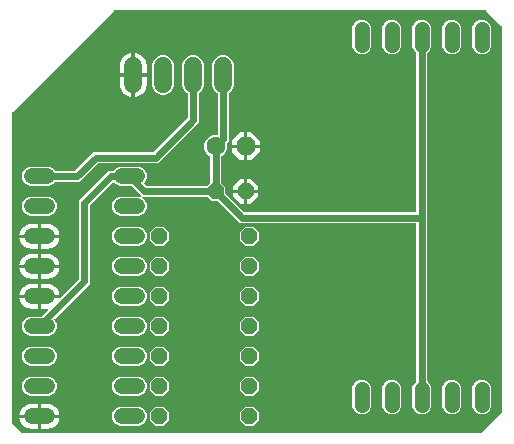
<source format=gbr>
G04 EAGLE Gerber RS-274X export*
G75*
%MOMM*%
%FSLAX34Y34*%
%LPD*%
%INBottom Copper*%
%IPPOS*%
%AMOC8*
5,1,8,0,0,1.08239X$1,22.5*%
G01*
%ADD10C,1.320800*%
%ADD11C,1.308000*%
%ADD12C,1.508000*%
%ADD13P,1.429621X8X202.500000*%
%ADD14C,1.600200*%
%ADD15P,1.732040X8X22.500000*%
%ADD16P,1.429621X8X22.500000*%
%ADD17C,0.609600*%

G36*
X468974Y10937D02*
X468974Y10937D01*
X469065Y10945D01*
X469095Y10957D01*
X469127Y10962D01*
X469207Y11005D01*
X469291Y11041D01*
X469323Y11067D01*
X469344Y11078D01*
X469366Y11101D01*
X469422Y11146D01*
X486313Y28037D01*
X486366Y28111D01*
X486426Y28180D01*
X486438Y28210D01*
X486457Y28236D01*
X486484Y28323D01*
X486518Y28408D01*
X486522Y28449D01*
X486529Y28472D01*
X486528Y28504D01*
X486536Y28575D01*
X486536Y355600D01*
X486522Y355690D01*
X486514Y355781D01*
X486502Y355811D01*
X486497Y355843D01*
X486454Y355923D01*
X486418Y356007D01*
X486392Y356039D01*
X486381Y356060D01*
X486358Y356082D01*
X486313Y356138D01*
X473613Y368838D01*
X473539Y368891D01*
X473470Y368951D01*
X473440Y368963D01*
X473414Y368982D01*
X473327Y369009D01*
X473242Y369043D01*
X473201Y369047D01*
X473178Y369054D01*
X473146Y369053D01*
X473075Y369061D01*
X158750Y369061D01*
X158660Y369047D01*
X158569Y369039D01*
X158539Y369027D01*
X158507Y369022D01*
X158427Y368979D01*
X158343Y368943D01*
X158311Y368917D01*
X158290Y368906D01*
X158268Y368883D01*
X158212Y368838D01*
X72487Y283113D01*
X72434Y283039D01*
X72374Y282970D01*
X72362Y282940D01*
X72343Y282914D01*
X72316Y282827D01*
X72282Y282742D01*
X72278Y282701D01*
X72271Y282678D01*
X72272Y282646D01*
X72264Y282575D01*
X72264Y19050D01*
X72279Y18960D01*
X72286Y18869D01*
X72298Y18839D01*
X72304Y18807D01*
X72346Y18727D01*
X72382Y18643D01*
X72408Y18611D01*
X72419Y18590D01*
X72442Y18568D01*
X72487Y18512D01*
X79853Y11146D01*
X79927Y11093D01*
X79996Y11033D01*
X80026Y11021D01*
X80052Y11002D01*
X80139Y10975D01*
X80224Y10941D01*
X80265Y10937D01*
X80288Y10930D01*
X80320Y10931D01*
X80391Y10923D01*
X468884Y10923D01*
X468974Y10937D01*
G37*
%LPC*%
G36*
X417496Y27070D02*
X417496Y27070D01*
X414532Y28298D01*
X412263Y30567D01*
X411035Y33531D01*
X411035Y49819D01*
X412263Y52783D01*
X414304Y54825D01*
X414357Y54898D01*
X414417Y54968D01*
X414429Y54998D01*
X414448Y55024D01*
X414475Y55111D01*
X414509Y55196D01*
X414513Y55237D01*
X414520Y55259D01*
X414519Y55292D01*
X414527Y55363D01*
X414527Y188341D01*
X414524Y188361D01*
X414526Y188380D01*
X414504Y188482D01*
X414488Y188584D01*
X414478Y188601D01*
X414474Y188621D01*
X414421Y188710D01*
X414372Y188801D01*
X414358Y188815D01*
X414348Y188832D01*
X414269Y188899D01*
X414194Y188971D01*
X414176Y188979D01*
X414161Y188992D01*
X414065Y189031D01*
X413971Y189074D01*
X413951Y189076D01*
X413933Y189084D01*
X413766Y189102D01*
X264806Y189102D01*
X261904Y192004D01*
X246360Y207548D01*
X246286Y207601D01*
X246216Y207661D01*
X246186Y207673D01*
X246160Y207692D01*
X246073Y207719D01*
X245988Y207753D01*
X245947Y207757D01*
X245925Y207764D01*
X245893Y207763D01*
X245822Y207771D01*
X241108Y207771D01*
X237775Y211104D01*
X237701Y211157D01*
X237632Y211217D01*
X237601Y211229D01*
X237575Y211248D01*
X237488Y211275D01*
X237403Y211309D01*
X237362Y211313D01*
X237340Y211320D01*
X237308Y211319D01*
X237237Y211327D01*
X183260Y211327D01*
X183190Y211316D01*
X183118Y211314D01*
X183069Y211296D01*
X183018Y211288D01*
X182954Y211254D01*
X182887Y211229D01*
X182846Y211197D01*
X182800Y211172D01*
X182751Y211120D01*
X182695Y211076D01*
X182667Y211032D01*
X182631Y210994D01*
X182601Y210929D01*
X182562Y210869D01*
X182549Y210818D01*
X182527Y210771D01*
X182519Y210700D01*
X182502Y210630D01*
X182506Y210578D01*
X182500Y210527D01*
X182515Y210456D01*
X182521Y210385D01*
X182541Y210337D01*
X182552Y210286D01*
X182589Y210225D01*
X182617Y210159D01*
X182662Y210103D01*
X182679Y210075D01*
X182696Y210060D01*
X182722Y210028D01*
X184945Y207805D01*
X186183Y204817D01*
X186183Y201583D01*
X184945Y198595D01*
X182659Y196309D01*
X179671Y195071D01*
X163229Y195071D01*
X160241Y196309D01*
X157955Y198595D01*
X156717Y201583D01*
X156717Y204817D01*
X157955Y207805D01*
X160241Y210091D01*
X163229Y211329D01*
X179671Y211329D01*
X180546Y210966D01*
X180640Y210944D01*
X180733Y210916D01*
X180760Y210916D01*
X180785Y210910D01*
X180882Y210919D01*
X180979Y210922D01*
X181004Y210931D01*
X181030Y210933D01*
X181119Y210973D01*
X181210Y211006D01*
X181231Y211023D01*
X181255Y211033D01*
X181326Y211099D01*
X181402Y211160D01*
X181416Y211182D01*
X181436Y211200D01*
X181483Y211285D01*
X181535Y211367D01*
X181542Y211392D01*
X181554Y211415D01*
X181572Y211511D01*
X181595Y211606D01*
X181593Y211632D01*
X181598Y211657D01*
X181584Y211754D01*
X181576Y211851D01*
X181566Y211875D01*
X181562Y211901D01*
X181518Y211988D01*
X181480Y212077D01*
X181460Y212103D01*
X181451Y212120D01*
X181427Y212143D01*
X181375Y212208D01*
X179354Y214229D01*
X173335Y220248D01*
X173261Y220301D01*
X173191Y220361D01*
X173161Y220373D01*
X173135Y220392D01*
X173048Y220419D01*
X172963Y220453D01*
X172922Y220457D01*
X172900Y220464D01*
X172868Y220463D01*
X172797Y220471D01*
X163229Y220471D01*
X160241Y221709D01*
X158234Y223716D01*
X158218Y223728D01*
X158206Y223743D01*
X158118Y223799D01*
X158035Y223859D01*
X158016Y223865D01*
X157999Y223876D01*
X157898Y223901D01*
X157800Y223932D01*
X157780Y223931D01*
X157760Y223936D01*
X157657Y223928D01*
X157554Y223925D01*
X157535Y223919D01*
X157515Y223917D01*
X157420Y223877D01*
X157323Y223841D01*
X157307Y223828D01*
X157289Y223821D01*
X157158Y223716D01*
X138146Y204704D01*
X138093Y204630D01*
X138033Y204560D01*
X138021Y204530D01*
X138002Y204504D01*
X137975Y204417D01*
X137941Y204332D01*
X137937Y204291D01*
X137930Y204269D01*
X137931Y204237D01*
X137923Y204166D01*
X137923Y137806D01*
X108072Y107955D01*
X108060Y107939D01*
X108044Y107926D01*
X107988Y107839D01*
X107928Y107755D01*
X107922Y107736D01*
X107911Y107719D01*
X107886Y107619D01*
X107856Y107520D01*
X107856Y107500D01*
X107851Y107481D01*
X107859Y107378D01*
X107862Y107274D01*
X107869Y107255D01*
X107870Y107235D01*
X107911Y107141D01*
X107946Y107043D01*
X107959Y107027D01*
X107967Y107009D01*
X108072Y106878D01*
X108745Y106205D01*
X109983Y103217D01*
X109983Y99983D01*
X108745Y96995D01*
X106459Y94709D01*
X103471Y93471D01*
X87029Y93471D01*
X84041Y94709D01*
X81755Y96995D01*
X80517Y99983D01*
X80517Y103217D01*
X81755Y106205D01*
X84041Y108491D01*
X87029Y109729D01*
X96597Y109729D01*
X96687Y109743D01*
X96778Y109751D01*
X96807Y109763D01*
X96839Y109768D01*
X96920Y109811D01*
X97004Y109847D01*
X97036Y109873D01*
X97057Y109884D01*
X97079Y109907D01*
X97135Y109952D01*
X102469Y115286D01*
X102511Y115344D01*
X102560Y115396D01*
X102582Y115443D01*
X102612Y115485D01*
X102634Y115554D01*
X102664Y115619D01*
X102669Y115671D01*
X102685Y115721D01*
X102683Y115792D01*
X102691Y115863D01*
X102680Y115914D01*
X102678Y115966D01*
X102654Y116034D01*
X102639Y116104D01*
X102612Y116149D01*
X102594Y116197D01*
X102549Y116253D01*
X102512Y116315D01*
X102473Y116349D01*
X102440Y116389D01*
X102380Y116428D01*
X102326Y116475D01*
X102277Y116494D01*
X102233Y116522D01*
X102164Y116540D01*
X102097Y116567D01*
X102026Y116575D01*
X101995Y116583D01*
X101972Y116581D01*
X101931Y116585D01*
X96773Y116585D01*
X96773Y125477D01*
X112345Y125477D01*
X112435Y125492D01*
X112526Y125499D01*
X112555Y125511D01*
X112587Y125517D01*
X112668Y125559D01*
X112752Y125595D01*
X112784Y125621D01*
X112805Y125632D01*
X112827Y125655D01*
X112883Y125700D01*
X128554Y141371D01*
X128607Y141445D01*
X128667Y141515D01*
X128679Y141545D01*
X128698Y141571D01*
X128725Y141658D01*
X128759Y141743D01*
X128763Y141784D01*
X128770Y141806D01*
X128769Y141838D01*
X128777Y141909D01*
X128777Y208269D01*
X153681Y233173D01*
X157608Y233173D01*
X157698Y233187D01*
X157789Y233195D01*
X157818Y233207D01*
X157850Y233212D01*
X157931Y233255D01*
X158015Y233291D01*
X158047Y233317D01*
X158068Y233328D01*
X158090Y233351D01*
X158146Y233396D01*
X160241Y235491D01*
X163229Y236729D01*
X179671Y236729D01*
X182659Y235491D01*
X184945Y233205D01*
X186183Y230217D01*
X186183Y226983D01*
X184945Y223995D01*
X184272Y223322D01*
X184260Y223306D01*
X184244Y223293D01*
X184188Y223206D01*
X184128Y223122D01*
X184122Y223103D01*
X184111Y223086D01*
X184086Y222986D01*
X184056Y222887D01*
X184056Y222867D01*
X184051Y222848D01*
X184059Y222745D01*
X184062Y222641D01*
X184069Y222622D01*
X184070Y222603D01*
X184111Y222507D01*
X184146Y222410D01*
X184159Y222394D01*
X184167Y222376D01*
X184272Y222245D01*
X185821Y220696D01*
X185895Y220643D01*
X185965Y220583D01*
X185995Y220571D01*
X186021Y220552D01*
X186108Y220525D01*
X186193Y220491D01*
X186234Y220487D01*
X186256Y220480D01*
X186288Y220481D01*
X186359Y220473D01*
X237237Y220473D01*
X237327Y220487D01*
X237418Y220495D01*
X237447Y220507D01*
X237479Y220512D01*
X237560Y220555D01*
X237644Y220591D01*
X237676Y220617D01*
X237697Y220628D01*
X237719Y220651D01*
X237775Y220696D01*
X239679Y222600D01*
X239732Y222674D01*
X239792Y222743D01*
X239804Y222774D01*
X239823Y222800D01*
X239850Y222887D01*
X239884Y222972D01*
X239888Y223013D01*
X239895Y223035D01*
X239894Y223067D01*
X239902Y223138D01*
X239902Y245075D01*
X239883Y245190D01*
X239866Y245306D01*
X239864Y245311D01*
X239863Y245318D01*
X239808Y245420D01*
X239755Y245525D01*
X239750Y245529D01*
X239747Y245535D01*
X239663Y245615D01*
X239579Y245697D01*
X239573Y245701D01*
X239569Y245704D01*
X239552Y245712D01*
X239432Y245778D01*
X239079Y245924D01*
X236399Y248604D01*
X234949Y252105D01*
X234949Y255895D01*
X236399Y259396D01*
X239079Y262076D01*
X242580Y263526D01*
X245491Y263526D01*
X245511Y263529D01*
X245530Y263527D01*
X245632Y263549D01*
X245734Y263565D01*
X245751Y263575D01*
X245771Y263579D01*
X245860Y263632D01*
X245951Y263681D01*
X245965Y263695D01*
X245982Y263705D01*
X246049Y263784D01*
X246121Y263859D01*
X246129Y263877D01*
X246142Y263892D01*
X246181Y263988D01*
X246224Y264082D01*
X246226Y264102D01*
X246234Y264120D01*
X246252Y264287D01*
X246252Y298359D01*
X246233Y298474D01*
X246216Y298590D01*
X246214Y298595D01*
X246213Y298602D01*
X246158Y298704D01*
X246105Y298809D01*
X246100Y298813D01*
X246097Y298819D01*
X246013Y298899D01*
X245929Y298981D01*
X245923Y298985D01*
X245919Y298988D01*
X245902Y298996D01*
X245782Y299062D01*
X245690Y299100D01*
X243140Y301650D01*
X241760Y304982D01*
X241760Y323668D01*
X243140Y327000D01*
X245690Y329550D01*
X249022Y330930D01*
X252628Y330930D01*
X255960Y329550D01*
X258510Y327000D01*
X259890Y323668D01*
X259890Y304982D01*
X258510Y301650D01*
X255960Y299100D01*
X255868Y299062D01*
X255768Y299000D01*
X255668Y298941D01*
X255664Y298936D01*
X255659Y298933D01*
X255584Y298842D01*
X255508Y298754D01*
X255506Y298748D01*
X255502Y298743D01*
X255460Y298635D01*
X255416Y298526D01*
X255415Y298518D01*
X255414Y298513D01*
X255413Y298495D01*
X255398Y298359D01*
X255398Y258456D01*
X254019Y257078D01*
X253952Y256984D01*
X253882Y256889D01*
X253880Y256883D01*
X253876Y256878D01*
X253842Y256767D01*
X253805Y256655D01*
X253805Y256649D01*
X253804Y256643D01*
X253807Y256526D01*
X253808Y256409D01*
X253810Y256402D01*
X253810Y256397D01*
X253816Y256379D01*
X253854Y256248D01*
X254001Y255895D01*
X254001Y252105D01*
X252551Y248604D01*
X249871Y245924D01*
X249518Y245778D01*
X249418Y245716D01*
X249318Y245657D01*
X249314Y245652D01*
X249309Y245649D01*
X249234Y245558D01*
X249158Y245470D01*
X249156Y245464D01*
X249152Y245459D01*
X249110Y245351D01*
X249066Y245242D01*
X249065Y245234D01*
X249064Y245229D01*
X249063Y245211D01*
X249048Y245075D01*
X249048Y223138D01*
X249062Y223048D01*
X249070Y222957D01*
X249082Y222927D01*
X249087Y222896D01*
X249130Y222815D01*
X249166Y222731D01*
X249192Y222699D01*
X249203Y222678D01*
X249226Y222656D01*
X249271Y222600D01*
X252604Y219267D01*
X252604Y214553D01*
X252618Y214463D01*
X252626Y214372D01*
X252638Y214343D01*
X252643Y214311D01*
X252686Y214230D01*
X252722Y214146D01*
X252748Y214114D01*
X252759Y214093D01*
X252782Y214071D01*
X252827Y214015D01*
X268371Y198471D01*
X268445Y198418D01*
X268515Y198358D01*
X268545Y198346D01*
X268571Y198327D01*
X268658Y198300D01*
X268743Y198266D01*
X268784Y198262D01*
X268806Y198255D01*
X268838Y198256D01*
X268909Y198248D01*
X413766Y198248D01*
X413786Y198251D01*
X413805Y198249D01*
X413907Y198271D01*
X414009Y198287D01*
X414026Y198297D01*
X414046Y198301D01*
X414135Y198354D01*
X414226Y198403D01*
X414240Y198417D01*
X414257Y198427D01*
X414324Y198506D01*
X414396Y198581D01*
X414404Y198599D01*
X414417Y198614D01*
X414456Y198710D01*
X414499Y198804D01*
X414501Y198824D01*
X414509Y198842D01*
X414527Y199009D01*
X414527Y332787D01*
X414513Y332877D01*
X414505Y332968D01*
X414493Y332998D01*
X414488Y333030D01*
X414445Y333111D01*
X414409Y333194D01*
X414383Y333227D01*
X414372Y333247D01*
X414349Y333269D01*
X414304Y333325D01*
X412263Y335367D01*
X411035Y338331D01*
X411035Y354619D01*
X412263Y357583D01*
X414532Y359852D01*
X417496Y361080D01*
X420704Y361080D01*
X423668Y359852D01*
X425937Y357583D01*
X427165Y354619D01*
X427165Y338331D01*
X425937Y335367D01*
X423896Y333325D01*
X423843Y333252D01*
X423783Y333182D01*
X423771Y333152D01*
X423752Y333126D01*
X423725Y333039D01*
X423691Y332954D01*
X423687Y332913D01*
X423680Y332891D01*
X423681Y332858D01*
X423673Y332787D01*
X423673Y55363D01*
X423687Y55273D01*
X423695Y55182D01*
X423707Y55152D01*
X423712Y55120D01*
X423755Y55039D01*
X423791Y54956D01*
X423817Y54923D01*
X423828Y54903D01*
X423851Y54881D01*
X423896Y54825D01*
X425937Y52783D01*
X427165Y49819D01*
X427165Y33531D01*
X425937Y30567D01*
X423668Y28298D01*
X420704Y27070D01*
X417496Y27070D01*
G37*
%LPD*%
%LPC*%
G36*
X87029Y220471D02*
X87029Y220471D01*
X84041Y221709D01*
X81755Y223995D01*
X80517Y226983D01*
X80517Y230217D01*
X81755Y233205D01*
X84041Y235491D01*
X87029Y236729D01*
X103471Y236729D01*
X106459Y235491D01*
X108554Y233396D01*
X108628Y233343D01*
X108697Y233283D01*
X108728Y233271D01*
X108754Y233252D01*
X108841Y233225D01*
X108926Y233191D01*
X108967Y233187D01*
X108989Y233180D01*
X109021Y233181D01*
X109092Y233173D01*
X124791Y233173D01*
X124881Y233187D01*
X124972Y233195D01*
X125001Y233207D01*
X125033Y233212D01*
X125114Y233255D01*
X125198Y233291D01*
X125230Y233317D01*
X125251Y233328D01*
X125273Y233351D01*
X125329Y233396D01*
X140981Y249048D01*
X191466Y249048D01*
X191556Y249062D01*
X191647Y249070D01*
X191676Y249082D01*
X191708Y249087D01*
X191789Y249130D01*
X191873Y249166D01*
X191905Y249192D01*
X191926Y249203D01*
X191948Y249226D01*
X192004Y249271D01*
X220629Y277896D01*
X220682Y277970D01*
X220742Y278040D01*
X220754Y278070D01*
X220773Y278096D01*
X220800Y278183D01*
X220834Y278268D01*
X220838Y278309D01*
X220845Y278331D01*
X220844Y278363D01*
X220852Y278434D01*
X220852Y298359D01*
X220833Y298474D01*
X220816Y298590D01*
X220814Y298595D01*
X220813Y298602D01*
X220758Y298704D01*
X220705Y298809D01*
X220700Y298813D01*
X220697Y298819D01*
X220613Y298899D01*
X220529Y298981D01*
X220523Y298985D01*
X220519Y298988D01*
X220502Y298996D01*
X220382Y299062D01*
X220290Y299100D01*
X217740Y301650D01*
X216360Y304982D01*
X216360Y323668D01*
X217740Y327000D01*
X220290Y329550D01*
X223622Y330930D01*
X227228Y330930D01*
X230560Y329550D01*
X233110Y327000D01*
X234490Y323668D01*
X234490Y304982D01*
X233110Y301650D01*
X230560Y299100D01*
X230468Y299062D01*
X230368Y299000D01*
X230268Y298941D01*
X230264Y298936D01*
X230259Y298933D01*
X230184Y298842D01*
X230108Y298754D01*
X230106Y298748D01*
X230102Y298743D01*
X230060Y298635D01*
X230016Y298526D01*
X230015Y298518D01*
X230014Y298513D01*
X230013Y298495D01*
X229998Y298359D01*
X229998Y274331D01*
X227096Y271429D01*
X198471Y242804D01*
X195569Y239902D01*
X145084Y239902D01*
X144994Y239888D01*
X144903Y239880D01*
X144874Y239868D01*
X144842Y239863D01*
X144761Y239820D01*
X144677Y239784D01*
X144645Y239758D01*
X144624Y239747D01*
X144602Y239724D01*
X144546Y239679D01*
X128894Y224027D01*
X109092Y224027D01*
X109002Y224013D01*
X108911Y224005D01*
X108882Y223993D01*
X108850Y223988D01*
X108769Y223945D01*
X108685Y223909D01*
X108653Y223883D01*
X108632Y223872D01*
X108610Y223849D01*
X108554Y223804D01*
X106459Y221709D01*
X103471Y220471D01*
X87029Y220471D01*
G37*
%LPD*%
%LPC*%
G36*
X198222Y297720D02*
X198222Y297720D01*
X194890Y299100D01*
X192340Y301650D01*
X190960Y304982D01*
X190960Y323668D01*
X192340Y327000D01*
X194890Y329550D01*
X198222Y330930D01*
X201828Y330930D01*
X205160Y329550D01*
X207710Y327000D01*
X209090Y323668D01*
X209090Y304982D01*
X207710Y301650D01*
X205160Y299100D01*
X201828Y297720D01*
X198222Y297720D01*
G37*
%LPD*%
%LPC*%
G36*
X163229Y118871D02*
X163229Y118871D01*
X160241Y120109D01*
X157955Y122395D01*
X156717Y125383D01*
X156717Y128617D01*
X157955Y131605D01*
X160241Y133891D01*
X163229Y135129D01*
X179671Y135129D01*
X182659Y133891D01*
X184945Y131605D01*
X186183Y128617D01*
X186183Y125383D01*
X184945Y122395D01*
X182659Y120109D01*
X179671Y118871D01*
X163229Y118871D01*
G37*
%LPD*%
%LPC*%
G36*
X163229Y144271D02*
X163229Y144271D01*
X160241Y145509D01*
X157955Y147795D01*
X156717Y150783D01*
X156717Y154017D01*
X157955Y157005D01*
X160241Y159291D01*
X163229Y160529D01*
X179671Y160529D01*
X182659Y159291D01*
X184945Y157005D01*
X186183Y154017D01*
X186183Y150783D01*
X184945Y147795D01*
X182659Y145509D01*
X179671Y144271D01*
X163229Y144271D01*
G37*
%LPD*%
%LPC*%
G36*
X163229Y17271D02*
X163229Y17271D01*
X160241Y18509D01*
X157955Y20795D01*
X156717Y23783D01*
X156717Y27017D01*
X157955Y30005D01*
X160241Y32291D01*
X163229Y33529D01*
X179671Y33529D01*
X182659Y32291D01*
X184945Y30005D01*
X186183Y27017D01*
X186183Y23783D01*
X184945Y20795D01*
X182659Y18509D01*
X179671Y17271D01*
X163229Y17271D01*
G37*
%LPD*%
%LPC*%
G36*
X87029Y42671D02*
X87029Y42671D01*
X84041Y43909D01*
X81755Y46195D01*
X80517Y49183D01*
X80517Y52417D01*
X81755Y55405D01*
X84041Y57691D01*
X87029Y58929D01*
X103471Y58929D01*
X106459Y57691D01*
X108745Y55405D01*
X109983Y52417D01*
X109983Y49183D01*
X108745Y46195D01*
X106459Y43909D01*
X103471Y42671D01*
X87029Y42671D01*
G37*
%LPD*%
%LPC*%
G36*
X163229Y169671D02*
X163229Y169671D01*
X160241Y170909D01*
X157955Y173195D01*
X156717Y176183D01*
X156717Y179417D01*
X157955Y182405D01*
X160241Y184691D01*
X163229Y185929D01*
X179671Y185929D01*
X182659Y184691D01*
X184945Y182405D01*
X186183Y179417D01*
X186183Y176183D01*
X184945Y173195D01*
X182659Y170909D01*
X179671Y169671D01*
X163229Y169671D01*
G37*
%LPD*%
%LPC*%
G36*
X163229Y42671D02*
X163229Y42671D01*
X160241Y43909D01*
X157955Y46195D01*
X156717Y49183D01*
X156717Y52417D01*
X157955Y55405D01*
X160241Y57691D01*
X163229Y58929D01*
X179671Y58929D01*
X182659Y57691D01*
X184945Y55405D01*
X186183Y52417D01*
X186183Y49183D01*
X184945Y46195D01*
X182659Y43909D01*
X179671Y42671D01*
X163229Y42671D01*
G37*
%LPD*%
%LPC*%
G36*
X87029Y68071D02*
X87029Y68071D01*
X84041Y69309D01*
X81755Y71595D01*
X80517Y74583D01*
X80517Y77817D01*
X81755Y80805D01*
X84041Y83091D01*
X87029Y84329D01*
X103471Y84329D01*
X106459Y83091D01*
X108745Y80805D01*
X109983Y77817D01*
X109983Y74583D01*
X108745Y71595D01*
X106459Y69309D01*
X103471Y68071D01*
X87029Y68071D01*
G37*
%LPD*%
%LPC*%
G36*
X163229Y68071D02*
X163229Y68071D01*
X160241Y69309D01*
X157955Y71595D01*
X156717Y74583D01*
X156717Y77817D01*
X157955Y80805D01*
X160241Y83091D01*
X163229Y84329D01*
X179671Y84329D01*
X182659Y83091D01*
X184945Y80805D01*
X186183Y77817D01*
X186183Y74583D01*
X184945Y71595D01*
X182659Y69309D01*
X179671Y68071D01*
X163229Y68071D01*
G37*
%LPD*%
%LPC*%
G36*
X163229Y93471D02*
X163229Y93471D01*
X160241Y94709D01*
X157955Y96995D01*
X156717Y99983D01*
X156717Y103217D01*
X157955Y106205D01*
X160241Y108491D01*
X163229Y109729D01*
X179671Y109729D01*
X182659Y108491D01*
X184945Y106205D01*
X186183Y103217D01*
X186183Y99983D01*
X184945Y96995D01*
X182659Y94709D01*
X179671Y93471D01*
X163229Y93471D01*
G37*
%LPD*%
%LPC*%
G36*
X87029Y195071D02*
X87029Y195071D01*
X84041Y196309D01*
X81755Y198595D01*
X80517Y201583D01*
X80517Y204817D01*
X81755Y207805D01*
X84041Y210091D01*
X87029Y211329D01*
X103471Y211329D01*
X106459Y210091D01*
X108745Y207805D01*
X109983Y204817D01*
X109983Y201583D01*
X108745Y198595D01*
X106459Y196309D01*
X103471Y195071D01*
X87029Y195071D01*
G37*
%LPD*%
%LPC*%
G36*
X468296Y331870D02*
X468296Y331870D01*
X465332Y333098D01*
X463063Y335367D01*
X461835Y338331D01*
X461835Y354619D01*
X463063Y357583D01*
X465332Y359852D01*
X468296Y361080D01*
X471504Y361080D01*
X474468Y359852D01*
X476737Y357583D01*
X477965Y354619D01*
X477965Y338331D01*
X476737Y335367D01*
X474468Y333098D01*
X471504Y331870D01*
X468296Y331870D01*
G37*
%LPD*%
%LPC*%
G36*
X442896Y331870D02*
X442896Y331870D01*
X439932Y333098D01*
X437663Y335367D01*
X436435Y338331D01*
X436435Y354619D01*
X437663Y357583D01*
X439932Y359852D01*
X442896Y361080D01*
X446104Y361080D01*
X449068Y359852D01*
X451337Y357583D01*
X452565Y354619D01*
X452565Y338331D01*
X451337Y335367D01*
X449068Y333098D01*
X446104Y331870D01*
X442896Y331870D01*
G37*
%LPD*%
%LPC*%
G36*
X366696Y331870D02*
X366696Y331870D01*
X363732Y333098D01*
X361463Y335367D01*
X360235Y338331D01*
X360235Y354619D01*
X361463Y357583D01*
X363732Y359852D01*
X366696Y361080D01*
X369904Y361080D01*
X372868Y359852D01*
X375137Y357583D01*
X376365Y354619D01*
X376365Y338331D01*
X375137Y335367D01*
X372868Y333098D01*
X369904Y331870D01*
X366696Y331870D01*
G37*
%LPD*%
%LPC*%
G36*
X392096Y331870D02*
X392096Y331870D01*
X389132Y333098D01*
X386863Y335367D01*
X385635Y338331D01*
X385635Y354619D01*
X386863Y357583D01*
X389132Y359852D01*
X392096Y361080D01*
X395304Y361080D01*
X398268Y359852D01*
X400537Y357583D01*
X401765Y354619D01*
X401765Y338331D01*
X400537Y335367D01*
X398268Y333098D01*
X395304Y331870D01*
X392096Y331870D01*
G37*
%LPD*%
%LPC*%
G36*
X392096Y27070D02*
X392096Y27070D01*
X389132Y28298D01*
X386863Y30567D01*
X385635Y33531D01*
X385635Y49819D01*
X386863Y52783D01*
X389132Y55052D01*
X392096Y56280D01*
X395304Y56280D01*
X398268Y55052D01*
X400537Y52783D01*
X401765Y49819D01*
X401765Y33531D01*
X400537Y30567D01*
X398268Y28298D01*
X395304Y27070D01*
X392096Y27070D01*
G37*
%LPD*%
%LPC*%
G36*
X366696Y27070D02*
X366696Y27070D01*
X363732Y28298D01*
X361463Y30567D01*
X360235Y33531D01*
X360235Y49819D01*
X361463Y52783D01*
X363732Y55052D01*
X366696Y56280D01*
X369904Y56280D01*
X372868Y55052D01*
X375137Y52783D01*
X376365Y49819D01*
X376365Y33531D01*
X375137Y30567D01*
X372868Y28298D01*
X369904Y27070D01*
X366696Y27070D01*
G37*
%LPD*%
%LPC*%
G36*
X468296Y27070D02*
X468296Y27070D01*
X465332Y28298D01*
X463063Y30567D01*
X461835Y33531D01*
X461835Y49819D01*
X463063Y52783D01*
X465332Y55052D01*
X468296Y56280D01*
X471504Y56280D01*
X474468Y55052D01*
X476737Y52783D01*
X477965Y49819D01*
X477965Y33531D01*
X476737Y30567D01*
X474468Y28298D01*
X471504Y27070D01*
X468296Y27070D01*
G37*
%LPD*%
%LPC*%
G36*
X442896Y27070D02*
X442896Y27070D01*
X439932Y28298D01*
X437663Y30567D01*
X436435Y33531D01*
X436435Y49819D01*
X437663Y52783D01*
X439932Y55052D01*
X442896Y56280D01*
X446104Y56280D01*
X449068Y55052D01*
X451337Y52783D01*
X452565Y49819D01*
X452565Y33531D01*
X451337Y30567D01*
X449068Y28298D01*
X446104Y27070D01*
X442896Y27070D01*
G37*
%LPD*%
%LPC*%
G36*
X269683Y144271D02*
X269683Y144271D01*
X264921Y149033D01*
X264921Y155767D01*
X269683Y160529D01*
X276417Y160529D01*
X281179Y155767D01*
X281179Y149033D01*
X276417Y144271D01*
X269683Y144271D01*
G37*
%LPD*%
%LPC*%
G36*
X193483Y169671D02*
X193483Y169671D01*
X188721Y174433D01*
X188721Y181167D01*
X193483Y185929D01*
X200217Y185929D01*
X204979Y181167D01*
X204979Y174433D01*
X200217Y169671D01*
X193483Y169671D01*
G37*
%LPD*%
%LPC*%
G36*
X193483Y42671D02*
X193483Y42671D01*
X188721Y47433D01*
X188721Y54167D01*
X193483Y58929D01*
X200217Y58929D01*
X204979Y54167D01*
X204979Y47433D01*
X200217Y42671D01*
X193483Y42671D01*
G37*
%LPD*%
%LPC*%
G36*
X269683Y42671D02*
X269683Y42671D01*
X264921Y47433D01*
X264921Y54167D01*
X269683Y58929D01*
X276417Y58929D01*
X281179Y54167D01*
X281179Y47433D01*
X276417Y42671D01*
X269683Y42671D01*
G37*
%LPD*%
%LPC*%
G36*
X193483Y68071D02*
X193483Y68071D01*
X188721Y72833D01*
X188721Y79567D01*
X193483Y84329D01*
X200217Y84329D01*
X204979Y79567D01*
X204979Y72833D01*
X200217Y68071D01*
X193483Y68071D01*
G37*
%LPD*%
%LPC*%
G36*
X269683Y68071D02*
X269683Y68071D01*
X264921Y72833D01*
X264921Y79567D01*
X269683Y84329D01*
X276417Y84329D01*
X281179Y79567D01*
X281179Y72833D01*
X276417Y68071D01*
X269683Y68071D01*
G37*
%LPD*%
%LPC*%
G36*
X269683Y93471D02*
X269683Y93471D01*
X264921Y98233D01*
X264921Y104967D01*
X269683Y109729D01*
X276417Y109729D01*
X281179Y104967D01*
X281179Y98233D01*
X276417Y93471D01*
X269683Y93471D01*
G37*
%LPD*%
%LPC*%
G36*
X193483Y93471D02*
X193483Y93471D01*
X188721Y98233D01*
X188721Y104967D01*
X193483Y109729D01*
X200217Y109729D01*
X204979Y104967D01*
X204979Y98233D01*
X200217Y93471D01*
X193483Y93471D01*
G37*
%LPD*%
%LPC*%
G36*
X269683Y118871D02*
X269683Y118871D01*
X264921Y123633D01*
X264921Y130367D01*
X269683Y135129D01*
X276417Y135129D01*
X281179Y130367D01*
X281179Y123633D01*
X276417Y118871D01*
X269683Y118871D01*
G37*
%LPD*%
%LPC*%
G36*
X193483Y118871D02*
X193483Y118871D01*
X188721Y123633D01*
X188721Y130367D01*
X193483Y135129D01*
X200217Y135129D01*
X204979Y130367D01*
X204979Y123633D01*
X200217Y118871D01*
X193483Y118871D01*
G37*
%LPD*%
%LPC*%
G36*
X193483Y144271D02*
X193483Y144271D01*
X188721Y149033D01*
X188721Y155767D01*
X193483Y160529D01*
X200217Y160529D01*
X204979Y155767D01*
X204979Y149033D01*
X200217Y144271D01*
X193483Y144271D01*
G37*
%LPD*%
%LPC*%
G36*
X269683Y17271D02*
X269683Y17271D01*
X264921Y22033D01*
X264921Y28767D01*
X269683Y33529D01*
X276417Y33529D01*
X281179Y28767D01*
X281179Y22033D01*
X276417Y17271D01*
X269683Y17271D01*
G37*
%LPD*%
%LPC*%
G36*
X193483Y17271D02*
X193483Y17271D01*
X188721Y22033D01*
X188721Y28767D01*
X193483Y33529D01*
X200217Y33529D01*
X204979Y28767D01*
X204979Y22033D01*
X200217Y17271D01*
X193483Y17271D01*
G37*
%LPD*%
%LPC*%
G36*
X269683Y169671D02*
X269683Y169671D01*
X264921Y174433D01*
X264921Y181167D01*
X269683Y185929D01*
X276417Y185929D01*
X281179Y181167D01*
X281179Y174433D01*
X276417Y169671D01*
X269683Y169671D01*
G37*
%LPD*%
%LPC*%
G36*
X176148Y315848D02*
X176148Y315848D01*
X176148Y333116D01*
X177283Y332936D01*
X178982Y332384D01*
X180574Y331573D01*
X182020Y330523D01*
X183283Y329260D01*
X184333Y327814D01*
X185144Y326222D01*
X185696Y324523D01*
X185976Y322758D01*
X185976Y315848D01*
X176148Y315848D01*
G37*
%LPD*%
%LPC*%
G36*
X176148Y312802D02*
X176148Y312802D01*
X185976Y312802D01*
X185976Y305892D01*
X185696Y304127D01*
X185144Y302428D01*
X184333Y300836D01*
X183283Y299390D01*
X182020Y298127D01*
X180574Y297077D01*
X178982Y296266D01*
X177283Y295714D01*
X176148Y295534D01*
X176148Y312802D01*
G37*
%LPD*%
%LPC*%
G36*
X163274Y315848D02*
X163274Y315848D01*
X163274Y322758D01*
X163554Y324523D01*
X164106Y326222D01*
X164917Y327814D01*
X165967Y329260D01*
X167230Y330523D01*
X168676Y331573D01*
X170268Y332384D01*
X171967Y332936D01*
X173102Y333116D01*
X173102Y315848D01*
X163274Y315848D01*
G37*
%LPD*%
%LPC*%
G36*
X171967Y295714D02*
X171967Y295714D01*
X170268Y296266D01*
X168676Y297077D01*
X167230Y298127D01*
X165967Y299390D01*
X164917Y300836D01*
X164106Y302428D01*
X163554Y304127D01*
X163274Y305892D01*
X163274Y312802D01*
X173102Y312802D01*
X173102Y295534D01*
X171967Y295714D01*
G37*
%LPD*%
%LPC*%
G36*
X96773Y179323D02*
X96773Y179323D01*
X96773Y188215D01*
X102674Y188215D01*
X104293Y187958D01*
X105852Y187452D01*
X107313Y186707D01*
X108639Y185744D01*
X109798Y184585D01*
X110761Y183259D01*
X111506Y181798D01*
X112012Y180239D01*
X112157Y179323D01*
X96773Y179323D01*
G37*
%LPD*%
%LPC*%
G36*
X96773Y128523D02*
X96773Y128523D01*
X96773Y137415D01*
X102674Y137415D01*
X104293Y137158D01*
X105852Y136652D01*
X107313Y135907D01*
X108639Y134944D01*
X109798Y133785D01*
X110761Y132459D01*
X111506Y130998D01*
X112012Y129439D01*
X112157Y128523D01*
X96773Y128523D01*
G37*
%LPD*%
%LPC*%
G36*
X96773Y26923D02*
X96773Y26923D01*
X96773Y35815D01*
X102674Y35815D01*
X104293Y35558D01*
X105852Y35052D01*
X107313Y34307D01*
X108639Y33344D01*
X109798Y32185D01*
X110761Y30859D01*
X111506Y29398D01*
X112012Y27839D01*
X112157Y26923D01*
X96773Y26923D01*
G37*
%LPD*%
%LPC*%
G36*
X96773Y153923D02*
X96773Y153923D01*
X96773Y162815D01*
X102674Y162815D01*
X104293Y162558D01*
X105852Y162052D01*
X107313Y161307D01*
X108639Y160344D01*
X109798Y159185D01*
X110761Y157859D01*
X111506Y156398D01*
X112012Y154839D01*
X112157Y153923D01*
X96773Y153923D01*
G37*
%LPD*%
%LPC*%
G36*
X78343Y26923D02*
X78343Y26923D01*
X78488Y27839D01*
X78994Y29398D01*
X79739Y30859D01*
X80702Y32185D01*
X81861Y33344D01*
X83187Y34307D01*
X84648Y35052D01*
X86207Y35558D01*
X87826Y35815D01*
X93727Y35815D01*
X93727Y26923D01*
X78343Y26923D01*
G37*
%LPD*%
%LPC*%
G36*
X78343Y179323D02*
X78343Y179323D01*
X78488Y180239D01*
X78994Y181798D01*
X79739Y183259D01*
X80702Y184585D01*
X81861Y185744D01*
X83187Y186707D01*
X84648Y187452D01*
X86207Y187958D01*
X87826Y188215D01*
X93727Y188215D01*
X93727Y179323D01*
X78343Y179323D01*
G37*
%LPD*%
%LPC*%
G36*
X78343Y128523D02*
X78343Y128523D01*
X78488Y129439D01*
X78994Y130998D01*
X79739Y132459D01*
X80702Y133785D01*
X81861Y134944D01*
X83187Y135907D01*
X84648Y136652D01*
X86207Y137158D01*
X87826Y137415D01*
X93727Y137415D01*
X93727Y128523D01*
X78343Y128523D01*
G37*
%LPD*%
%LPC*%
G36*
X78343Y153923D02*
X78343Y153923D01*
X78488Y154839D01*
X78994Y156398D01*
X79739Y157859D01*
X80702Y159185D01*
X81861Y160344D01*
X83187Y161307D01*
X84648Y162052D01*
X86207Y162558D01*
X87826Y162815D01*
X93727Y162815D01*
X93727Y153923D01*
X78343Y153923D01*
G37*
%LPD*%
%LPC*%
G36*
X96773Y141985D02*
X96773Y141985D01*
X96773Y150877D01*
X112157Y150877D01*
X112012Y149961D01*
X111506Y148402D01*
X110761Y146941D01*
X109798Y145615D01*
X108639Y144456D01*
X107313Y143493D01*
X105852Y142748D01*
X104293Y142242D01*
X102674Y141985D01*
X96773Y141985D01*
G37*
%LPD*%
%LPC*%
G36*
X96773Y167385D02*
X96773Y167385D01*
X96773Y176277D01*
X112157Y176277D01*
X112012Y175361D01*
X111506Y173802D01*
X110761Y172341D01*
X109798Y171015D01*
X108639Y169856D01*
X107313Y168893D01*
X105852Y168148D01*
X104293Y167642D01*
X102674Y167385D01*
X96773Y167385D01*
G37*
%LPD*%
%LPC*%
G36*
X96773Y14985D02*
X96773Y14985D01*
X96773Y23877D01*
X112157Y23877D01*
X112012Y22961D01*
X111506Y21402D01*
X110761Y19941D01*
X109798Y18615D01*
X108639Y17456D01*
X107313Y16493D01*
X105852Y15748D01*
X104293Y15242D01*
X102674Y14985D01*
X96773Y14985D01*
G37*
%LPD*%
%LPC*%
G36*
X87826Y141985D02*
X87826Y141985D01*
X86207Y142242D01*
X84648Y142748D01*
X83187Y143493D01*
X81861Y144456D01*
X80702Y145615D01*
X79739Y146941D01*
X78994Y148402D01*
X78488Y149961D01*
X78343Y150877D01*
X93727Y150877D01*
X93727Y141985D01*
X87826Y141985D01*
G37*
%LPD*%
%LPC*%
G36*
X87826Y116585D02*
X87826Y116585D01*
X86207Y116842D01*
X84648Y117348D01*
X83187Y118093D01*
X81861Y119056D01*
X80702Y120215D01*
X79739Y121541D01*
X78994Y123002D01*
X78488Y124561D01*
X78343Y125477D01*
X93727Y125477D01*
X93727Y116585D01*
X87826Y116585D01*
G37*
%LPD*%
%LPC*%
G36*
X87826Y167385D02*
X87826Y167385D01*
X86207Y167642D01*
X84648Y168148D01*
X83187Y168893D01*
X81861Y169856D01*
X80702Y171015D01*
X79739Y172341D01*
X78994Y173802D01*
X78488Y175361D01*
X78343Y176277D01*
X93727Y176277D01*
X93727Y167385D01*
X87826Y167385D01*
G37*
%LPD*%
%LPC*%
G36*
X87826Y14985D02*
X87826Y14985D01*
X86207Y15242D01*
X84648Y15748D01*
X83187Y16493D01*
X81861Y17456D01*
X80702Y18615D01*
X79739Y19941D01*
X78994Y21402D01*
X78488Y22961D01*
X78343Y23877D01*
X93727Y23877D01*
X93727Y14985D01*
X87826Y14985D01*
G37*
%LPD*%
%LPC*%
G36*
X271398Y255523D02*
X271398Y255523D01*
X271398Y265812D01*
X274768Y265812D01*
X281687Y258893D01*
X281687Y255523D01*
X271398Y255523D01*
G37*
%LPD*%
%LPC*%
G36*
X271398Y242188D02*
X271398Y242188D01*
X271398Y252477D01*
X281687Y252477D01*
X281687Y249107D01*
X274768Y242188D01*
X271398Y242188D01*
G37*
%LPD*%
%LPC*%
G36*
X258063Y255523D02*
X258063Y255523D01*
X258063Y258893D01*
X264982Y265812D01*
X268352Y265812D01*
X268352Y255523D01*
X258063Y255523D01*
G37*
%LPD*%
%LPC*%
G36*
X264982Y242188D02*
X264982Y242188D01*
X258063Y249107D01*
X258063Y252477D01*
X268352Y252477D01*
X268352Y242188D01*
X264982Y242188D01*
G37*
%LPD*%
%LPC*%
G36*
X271398Y217423D02*
X271398Y217423D01*
X271398Y226315D01*
X274189Y226315D01*
X280290Y220214D01*
X280290Y217423D01*
X271398Y217423D01*
G37*
%LPD*%
%LPC*%
G36*
X259460Y217423D02*
X259460Y217423D01*
X259460Y220214D01*
X265561Y226315D01*
X268352Y226315D01*
X268352Y217423D01*
X259460Y217423D01*
G37*
%LPD*%
%LPC*%
G36*
X271398Y205485D02*
X271398Y205485D01*
X271398Y214377D01*
X280290Y214377D01*
X280290Y211586D01*
X274189Y205485D01*
X271398Y205485D01*
G37*
%LPD*%
%LPC*%
G36*
X265561Y205485D02*
X265561Y205485D01*
X259460Y211586D01*
X259460Y214377D01*
X268352Y214377D01*
X268352Y205485D01*
X265561Y205485D01*
G37*
%LPD*%
%LPC*%
G36*
X95249Y177799D02*
X95249Y177799D01*
X95249Y177801D01*
X95251Y177801D01*
X95251Y177799D01*
X95249Y177799D01*
G37*
%LPD*%
%LPC*%
G36*
X269874Y253999D02*
X269874Y253999D01*
X269874Y254001D01*
X269876Y254001D01*
X269876Y253999D01*
X269874Y253999D01*
G37*
%LPD*%
%LPC*%
G36*
X95249Y152399D02*
X95249Y152399D01*
X95249Y152401D01*
X95251Y152401D01*
X95251Y152399D01*
X95249Y152399D01*
G37*
%LPD*%
%LPC*%
G36*
X174624Y314324D02*
X174624Y314324D01*
X174624Y314326D01*
X174626Y314326D01*
X174626Y314324D01*
X174624Y314324D01*
G37*
%LPD*%
%LPC*%
G36*
X269874Y215899D02*
X269874Y215899D01*
X269874Y215901D01*
X269876Y215901D01*
X269876Y215899D01*
X269874Y215899D01*
G37*
%LPD*%
%LPC*%
G36*
X95249Y126999D02*
X95249Y126999D01*
X95249Y127001D01*
X95251Y127001D01*
X95251Y126999D01*
X95249Y126999D01*
G37*
%LPD*%
%LPC*%
G36*
X95249Y25399D02*
X95249Y25399D01*
X95249Y25401D01*
X95251Y25401D01*
X95251Y25399D01*
X95249Y25399D01*
G37*
%LPD*%
D10*
X88646Y228600D02*
X101854Y228600D01*
X101854Y203200D02*
X88646Y203200D01*
X88646Y177800D02*
X101854Y177800D01*
X101854Y152400D02*
X88646Y152400D01*
X88646Y127000D02*
X101854Y127000D01*
X101854Y101600D02*
X88646Y101600D01*
X88646Y76200D02*
X101854Y76200D01*
X101854Y50800D02*
X88646Y50800D01*
X88646Y25400D02*
X101854Y25400D01*
X164846Y25400D02*
X178054Y25400D01*
X178054Y50800D02*
X164846Y50800D01*
X164846Y76200D02*
X178054Y76200D01*
X178054Y101600D02*
X164846Y101600D01*
X164846Y127000D02*
X178054Y127000D01*
X178054Y152400D02*
X164846Y152400D01*
X164846Y177800D02*
X178054Y177800D01*
X178054Y203200D02*
X164846Y203200D01*
X164846Y228600D02*
X178054Y228600D01*
D11*
X469900Y48215D02*
X469900Y35135D01*
X444500Y35135D02*
X444500Y48215D01*
X419100Y48215D02*
X419100Y35135D01*
X393700Y35135D02*
X393700Y48215D01*
X368300Y48215D02*
X368300Y35135D01*
X368300Y339935D02*
X368300Y353015D01*
X393700Y353015D02*
X393700Y339935D01*
X419100Y339935D02*
X419100Y353015D01*
X444500Y353015D02*
X444500Y339935D01*
X469900Y339935D02*
X469900Y353015D01*
D12*
X250825Y321865D02*
X250825Y306785D01*
X225425Y306785D02*
X225425Y321865D01*
X200025Y321865D02*
X200025Y306785D01*
X174625Y306785D02*
X174625Y321865D01*
D13*
X273050Y152400D03*
X196850Y152400D03*
X273050Y177800D03*
X196850Y177800D03*
X273050Y25400D03*
X196850Y25400D03*
X273050Y50800D03*
X196850Y50800D03*
X273050Y76200D03*
X196850Y76200D03*
X273050Y127000D03*
X196850Y127000D03*
X273050Y101600D03*
X196850Y101600D03*
D14*
X244475Y254000D03*
D15*
X269875Y254000D03*
D16*
X244475Y215900D03*
X269875Y215900D03*
D17*
X133350Y139700D02*
X95250Y101600D01*
X419100Y193675D02*
X419100Y346475D01*
X419100Y193675D02*
X419100Y41675D01*
X171450Y228600D02*
X155575Y228600D01*
X133350Y206375D01*
X133350Y139700D01*
X250825Y260350D02*
X250825Y314325D01*
X250825Y260350D02*
X244475Y254000D01*
X244475Y215900D01*
X184150Y215900D01*
X171450Y228600D01*
X244475Y215900D02*
X266700Y193675D01*
X419100Y193675D01*
X225425Y276225D02*
X193675Y244475D01*
X142875Y244475D01*
X127000Y228600D01*
X95250Y228600D01*
X225425Y276225D02*
X225425Y314325D01*
M02*

</source>
